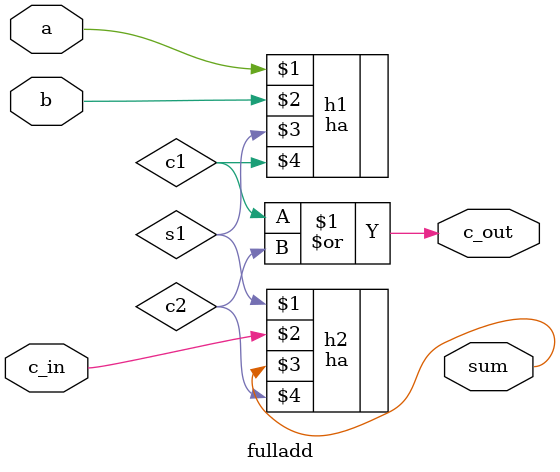
<source format=v>
`include "HalfAdder.v"	

module fulladd(sum, c_out, a, b, c_in);	
	output sum, c_out;
	input a, b, c_in;
	wire s1,c1,c2;									 
	
	ha h1(a, b, s1, c1);
	ha h2(s1, c_in, sum, c2);
	or o(c_out, c1, c2);	 
	
endmodule
</source>
